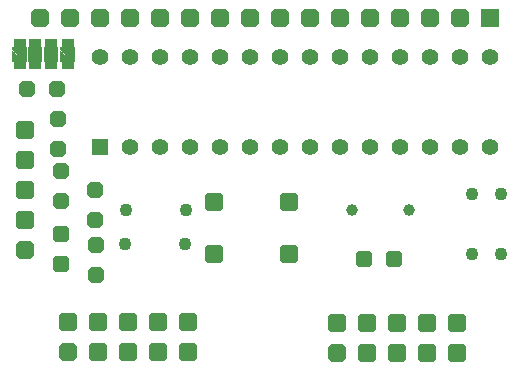
<source format=gbr>
G04*
G04 #@! TF.GenerationSoftware,Altium Limited,Altium Designer,21.6.4 (81)*
G04*
G04 Layer_Color=8388736*
%FSLAX44Y44*%
%MOMM*%
G71*
G04*
G04 #@! TF.SameCoordinates,7F9A9F05-399A-4D2C-B47D-499A60B7A3A6*
G04*
G04*
G04 #@! TF.FilePolarity,Negative*
G04*
G01*
G75*
%ADD16R,1.0160X1.2000*%
G04:AMPARAMS|DCode=17|XSize=1.4mm|YSize=1.4mm|CornerRadius=0mm|HoleSize=0mm|Usage=FLASHONLY|Rotation=0.000|XOffset=0mm|YOffset=0mm|HoleType=Round|Shape=Octagon|*
%AMOCTAGOND17*
4,1,8,0.7000,-0.3500,0.7000,0.3500,0.3500,0.7000,-0.3500,0.7000,-0.7000,0.3500,-0.7000,-0.3500,-0.3500,-0.7000,0.3500,-0.7000,0.7000,-0.3500,0.0*
%
%ADD17OCTAGOND17*%

G04:AMPARAMS|DCode=18|XSize=1.6002mm|YSize=1.6002mm|CornerRadius=0mm|HoleSize=0mm|Usage=FLASHONLY|Rotation=180.000|XOffset=0mm|YOffset=0mm|HoleType=Round|Shape=Octagon|*
%AMOCTAGOND18*
4,1,8,-0.8001,0.4001,-0.8001,-0.4001,-0.4001,-0.8001,0.4001,-0.8001,0.8001,-0.4001,0.8001,0.4001,0.4001,0.8001,-0.4001,0.8001,-0.8001,0.4001,0.0*
%
%ADD18OCTAGOND18*%

%ADD19R,1.6002X1.6002*%
%ADD20C,1.4000*%
%ADD21C,1.1000*%
G04:AMPARAMS|DCode=22|XSize=1.6002mm|YSize=1.6002mm|CornerRadius=0.4001mm|HoleSize=0mm|Usage=FLASHONLY|Rotation=0.000|XOffset=0mm|YOffset=0mm|HoleType=Round|Shape=RoundedRectangle|*
%AMROUNDEDRECTD22*
21,1,1.6002,0.8001,0,0,0.0*
21,1,0.8001,1.6002,0,0,0.0*
1,1,0.8001,0.4001,-0.4001*
1,1,0.8001,-0.4001,-0.4001*
1,1,0.8001,-0.4001,0.4001*
1,1,0.8001,0.4001,0.4001*
%
%ADD22ROUNDEDRECTD22*%
G04:AMPARAMS|DCode=23|XSize=1.6mm|YSize=1.6mm|CornerRadius=0.4mm|HoleSize=0mm|Usage=FLASHONLY|Rotation=90.000|XOffset=0mm|YOffset=0mm|HoleType=Round|Shape=RoundedRectangle|*
%AMROUNDEDRECTD23*
21,1,1.6000,0.8000,0,0,90.0*
21,1,0.8000,1.6000,0,0,90.0*
1,1,0.8000,0.4000,0.4000*
1,1,0.8000,0.4000,-0.4000*
1,1,0.8000,-0.4000,-0.4000*
1,1,0.8000,-0.4000,0.4000*
%
%ADD23ROUNDEDRECTD23*%
G04:AMPARAMS|DCode=24|XSize=1.6002mm|YSize=1.6002mm|CornerRadius=0.4001mm|HoleSize=0mm|Usage=FLASHONLY|Rotation=90.000|XOffset=0mm|YOffset=0mm|HoleType=Round|Shape=RoundedRectangle|*
%AMROUNDEDRECTD24*
21,1,1.6002,0.8001,0,0,90.0*
21,1,0.8001,1.6002,0,0,90.0*
1,1,0.8001,0.4001,0.4001*
1,1,0.8001,0.4001,-0.4001*
1,1,0.8001,-0.4001,-0.4001*
1,1,0.8001,-0.4001,0.4001*
%
%ADD24ROUNDEDRECTD24*%
G04:AMPARAMS|DCode=25|XSize=1.4mm|YSize=1.4mm|CornerRadius=0mm|HoleSize=0mm|Usage=FLASHONLY|Rotation=270.000|XOffset=0mm|YOffset=0mm|HoleType=Round|Shape=Octagon|*
%AMOCTAGOND25*
4,1,8,-0.3500,-0.7000,0.3500,-0.7000,0.7000,-0.3500,0.7000,0.3500,0.3500,0.7000,-0.3500,0.7000,-0.7000,0.3500,-0.7000,-0.3500,-0.3500,-0.7000,0.0*
%
%ADD25OCTAGOND25*%

%ADD26C,1.0000*%
%ADD27R,1.4000X1.4000*%
G04:AMPARAMS|DCode=28|XSize=1.4mm|YSize=1.4mm|CornerRadius=0.35mm|HoleSize=0mm|Usage=FLASHONLY|Rotation=0.000|XOffset=0mm|YOffset=0mm|HoleType=Round|Shape=RoundedRectangle|*
%AMROUNDEDRECTD28*
21,1,1.4000,0.7000,0,0,0.0*
21,1,0.7000,1.4000,0,0,0.0*
1,1,0.7000,0.3500,-0.3500*
1,1,0.7000,-0.3500,-0.3500*
1,1,0.7000,-0.3500,0.3500*
1,1,0.7000,0.3500,0.3500*
%
%ADD28ROUNDEDRECTD28*%
G04:AMPARAMS|DCode=29|XSize=1.6002mm|YSize=1.6002mm|CornerRadius=0mm|HoleSize=0mm|Usage=FLASHONLY|Rotation=90.000|XOffset=0mm|YOffset=0mm|HoleType=Round|Shape=Octagon|*
%AMOCTAGOND29*
4,1,8,0.4001,0.8001,-0.4001,0.8001,-0.8001,0.4001,-0.8001,-0.4001,-0.4001,-0.8001,0.4001,-0.8001,0.8001,-0.4001,0.8001,0.4001,0.4001,0.8001,0.0*
%
%ADD29OCTAGOND29*%

G04:AMPARAMS|DCode=30|XSize=1.4mm|YSize=1.4mm|CornerRadius=0.35mm|HoleSize=0mm|Usage=FLASHONLY|Rotation=90.000|XOffset=0mm|YOffset=0mm|HoleType=Round|Shape=RoundedRectangle|*
%AMROUNDEDRECTD30*
21,1,1.4000,0.7000,0,0,90.0*
21,1,0.7000,1.4000,0,0,90.0*
1,1,0.7000,0.3500,0.3500*
1,1,0.7000,0.3500,-0.3500*
1,1,0.7000,-0.3500,-0.3500*
1,1,0.7000,-0.3500,0.3500*
%
%ADD30ROUNDEDRECTD30*%
G36*
X1498Y286414D02*
X-4598Y280318D01*
X-10694Y286414D01*
Y288954D01*
X1498D01*
Y286414D01*
D02*
G37*
G36*
Y276254D02*
X-10694D01*
Y285906D01*
X-4598Y279810D01*
X1498Y285906D01*
Y276254D01*
D02*
G37*
G36*
X14398Y286524D02*
X8302Y280428D01*
X2206Y286524D01*
Y289064D01*
X14398D01*
Y286524D01*
D02*
G37*
G36*
Y276364D02*
X2206D01*
Y286016D01*
X8302Y279920D01*
X14398Y286016D01*
Y276364D01*
D02*
G37*
G36*
X28283Y286524D02*
X22187Y280428D01*
X16091Y286524D01*
Y289064D01*
X28283D01*
Y286524D01*
D02*
G37*
G36*
Y276364D02*
X16091D01*
Y286016D01*
X22187Y279920D01*
X28283Y286016D01*
Y276364D01*
D02*
G37*
G36*
X42168Y286396D02*
X36072Y280300D01*
X29976Y286396D01*
Y288936D01*
X42168D01*
Y286396D01*
D02*
G37*
G36*
Y276236D02*
X29976D01*
Y285888D01*
X36072Y279792D01*
X42168Y285888D01*
Y276236D01*
D02*
G37*
D16*
X-4573Y275921D02*
D03*
X-4598Y289921D02*
D03*
X8301Y290032D02*
D03*
X8327Y276032D02*
D03*
X36097Y275903D02*
D03*
X36072Y289904D02*
D03*
X22187Y290032D02*
D03*
X22212Y276032D02*
D03*
D17*
X26881Y253099D02*
D03*
X1480D02*
D03*
D18*
X12700Y313623D02*
D03*
X38100D02*
D03*
X63500D02*
D03*
X88900D02*
D03*
X114300D02*
D03*
X139700D02*
D03*
X165100D02*
D03*
X190500D02*
D03*
X215900D02*
D03*
X241300D02*
D03*
X266700D02*
D03*
X292100D02*
D03*
X317500D02*
D03*
X342900D02*
D03*
X368300D02*
D03*
X36672Y30816D02*
D03*
X264510Y30097D02*
D03*
D19*
X393700Y313623D02*
D03*
D20*
X216100Y280420D02*
D03*
X241500Y204220D02*
D03*
X89100D02*
D03*
X114500D02*
D03*
X139900D02*
D03*
X165300D02*
D03*
X190700D02*
D03*
X216100D02*
D03*
X266900D02*
D03*
X292300D02*
D03*
X317700D02*
D03*
X343100D02*
D03*
X368500D02*
D03*
X393900D02*
D03*
Y280420D02*
D03*
X368500D02*
D03*
X343100D02*
D03*
X317700D02*
D03*
X292300D02*
D03*
X266900D02*
D03*
X241500D02*
D03*
X190700D02*
D03*
X165300D02*
D03*
X139900D02*
D03*
X114500D02*
D03*
X89100D02*
D03*
X63700D02*
D03*
D21*
X402590Y164287D02*
D03*
X378099Y164512D02*
D03*
X135467Y122374D02*
D03*
X85274Y150869D02*
D03*
X402590Y113487D02*
D03*
X378099Y113712D02*
D03*
X136074Y150869D02*
D03*
X84667Y122374D02*
D03*
D22*
X264510Y55497D02*
D03*
X36672Y56216D02*
D03*
X138272D02*
D03*
Y30816D02*
D03*
X112872Y56216D02*
D03*
Y30816D02*
D03*
X87472Y56216D02*
D03*
Y30816D02*
D03*
X62072Y56216D02*
D03*
Y30816D02*
D03*
X366110Y55497D02*
D03*
Y30097D02*
D03*
X340710Y55497D02*
D03*
Y30097D02*
D03*
X315310Y55497D02*
D03*
Y30097D02*
D03*
X289910Y55497D02*
D03*
Y30097D02*
D03*
D23*
X159620Y157937D02*
D03*
Y113487D02*
D03*
X223120Y157937D02*
D03*
Y113487D02*
D03*
D24*
X-210Y193244D02*
D03*
Y218644D02*
D03*
Y167844D02*
D03*
Y142444D02*
D03*
D25*
X28171Y202300D02*
D03*
Y227700D02*
D03*
X59204Y167844D02*
D03*
Y142444D02*
D03*
X30710Y184150D02*
D03*
Y158750D02*
D03*
X60159Y95736D02*
D03*
Y121136D02*
D03*
D26*
X325120Y151130D02*
D03*
X276860D02*
D03*
D27*
X63700Y204220D02*
D03*
D28*
X312420Y109220D02*
D03*
X287020D02*
D03*
D29*
X-210Y117044D02*
D03*
D30*
X30782Y105090D02*
D03*
Y130490D02*
D03*
M02*

</source>
